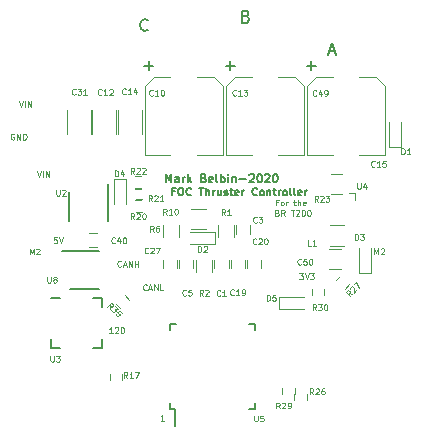
<source format=gto>
G04 #@! TF.GenerationSoftware,KiCad,Pcbnew,(5.1.5)-3*
G04 #@! TF.CreationDate,2020-04-05T23:19:53-02:30*
G04 #@! TF.ProjectId,Thruster_Controller,54687275-7374-4657-925f-436f6e74726f,rev?*
G04 #@! TF.SameCoordinates,Original*
G04 #@! TF.FileFunction,Legend,Top*
G04 #@! TF.FilePolarity,Positive*
%FSLAX46Y46*%
G04 Gerber Fmt 4.6, Leading zero omitted, Abs format (unit mm)*
G04 Created by KiCad (PCBNEW (5.1.5)-3) date 2020-04-05 23:19:53*
%MOMM*%
%LPD*%
G04 APERTURE LIST*
%ADD10C,0.125000*%
%ADD11C,0.150000*%
%ADD12C,0.120000*%
G04 APERTURE END LIST*
D10*
X105526666Y-98566785D02*
X105360000Y-98566785D01*
X105360000Y-98828690D02*
X105360000Y-98328690D01*
X105598095Y-98328690D01*
X105860000Y-98828690D02*
X105812380Y-98804880D01*
X105788571Y-98781071D01*
X105764761Y-98733452D01*
X105764761Y-98590595D01*
X105788571Y-98542976D01*
X105812380Y-98519166D01*
X105860000Y-98495357D01*
X105931428Y-98495357D01*
X105979047Y-98519166D01*
X106002857Y-98542976D01*
X106026666Y-98590595D01*
X106026666Y-98733452D01*
X106002857Y-98781071D01*
X105979047Y-98804880D01*
X105931428Y-98828690D01*
X105860000Y-98828690D01*
X106240952Y-98828690D02*
X106240952Y-98495357D01*
X106240952Y-98590595D02*
X106264761Y-98542976D01*
X106288571Y-98519166D01*
X106336190Y-98495357D01*
X106383809Y-98495357D01*
X106860000Y-98495357D02*
X107050476Y-98495357D01*
X106931428Y-98328690D02*
X106931428Y-98757261D01*
X106955238Y-98804880D01*
X107002857Y-98828690D01*
X107050476Y-98828690D01*
X107217142Y-98828690D02*
X107217142Y-98328690D01*
X107431428Y-98828690D02*
X107431428Y-98566785D01*
X107407619Y-98519166D01*
X107360000Y-98495357D01*
X107288571Y-98495357D01*
X107240952Y-98519166D01*
X107217142Y-98542976D01*
X107860000Y-98804880D02*
X107812380Y-98828690D01*
X107717142Y-98828690D01*
X107669523Y-98804880D01*
X107645714Y-98757261D01*
X107645714Y-98566785D01*
X107669523Y-98519166D01*
X107717142Y-98495357D01*
X107812380Y-98495357D01*
X107860000Y-98519166D01*
X107883809Y-98566785D01*
X107883809Y-98614404D01*
X107645714Y-98662023D01*
X105490952Y-99441785D02*
X105562380Y-99465595D01*
X105586190Y-99489404D01*
X105610000Y-99537023D01*
X105610000Y-99608452D01*
X105586190Y-99656071D01*
X105562380Y-99679880D01*
X105514761Y-99703690D01*
X105324285Y-99703690D01*
X105324285Y-99203690D01*
X105490952Y-99203690D01*
X105538571Y-99227500D01*
X105562380Y-99251309D01*
X105586190Y-99298928D01*
X105586190Y-99346547D01*
X105562380Y-99394166D01*
X105538571Y-99417976D01*
X105490952Y-99441785D01*
X105324285Y-99441785D01*
X106110000Y-99703690D02*
X105943333Y-99465595D01*
X105824285Y-99703690D02*
X105824285Y-99203690D01*
X106014761Y-99203690D01*
X106062380Y-99227500D01*
X106086190Y-99251309D01*
X106110000Y-99298928D01*
X106110000Y-99370357D01*
X106086190Y-99417976D01*
X106062380Y-99441785D01*
X106014761Y-99465595D01*
X105824285Y-99465595D01*
X106633809Y-99203690D02*
X106919523Y-99203690D01*
X106776666Y-99703690D02*
X106776666Y-99203690D01*
X107062380Y-99251309D02*
X107086190Y-99227500D01*
X107133809Y-99203690D01*
X107252857Y-99203690D01*
X107300476Y-99227500D01*
X107324285Y-99251309D01*
X107348095Y-99298928D01*
X107348095Y-99346547D01*
X107324285Y-99417976D01*
X107038571Y-99703690D01*
X107348095Y-99703690D01*
X107657619Y-99203690D02*
X107705238Y-99203690D01*
X107752857Y-99227500D01*
X107776666Y-99251309D01*
X107800476Y-99298928D01*
X107824285Y-99394166D01*
X107824285Y-99513214D01*
X107800476Y-99608452D01*
X107776666Y-99656071D01*
X107752857Y-99679880D01*
X107705238Y-99703690D01*
X107657619Y-99703690D01*
X107610000Y-99679880D01*
X107586190Y-99656071D01*
X107562380Y-99608452D01*
X107538571Y-99513214D01*
X107538571Y-99394166D01*
X107562380Y-99298928D01*
X107586190Y-99251309D01*
X107610000Y-99227500D01*
X107657619Y-99203690D01*
X108133809Y-99203690D02*
X108181428Y-99203690D01*
X108229047Y-99227500D01*
X108252857Y-99251309D01*
X108276666Y-99298928D01*
X108300476Y-99394166D01*
X108300476Y-99513214D01*
X108276666Y-99608452D01*
X108252857Y-99656071D01*
X108229047Y-99679880D01*
X108181428Y-99703690D01*
X108133809Y-99703690D01*
X108086190Y-99679880D01*
X108062380Y-99656071D01*
X108038571Y-99608452D01*
X108014761Y-99513214D01*
X108014761Y-99394166D01*
X108038571Y-99298928D01*
X108062380Y-99251309D01*
X108086190Y-99227500D01*
X108133809Y-99203690D01*
D11*
X96802380Y-97643571D02*
X96585714Y-97643571D01*
X96585714Y-97984047D02*
X96585714Y-97334047D01*
X96895238Y-97334047D01*
X97266666Y-97334047D02*
X97390476Y-97334047D01*
X97452380Y-97365000D01*
X97514285Y-97426904D01*
X97545238Y-97550714D01*
X97545238Y-97767380D01*
X97514285Y-97891190D01*
X97452380Y-97953095D01*
X97390476Y-97984047D01*
X97266666Y-97984047D01*
X97204761Y-97953095D01*
X97142857Y-97891190D01*
X97111904Y-97767380D01*
X97111904Y-97550714D01*
X97142857Y-97426904D01*
X97204761Y-97365000D01*
X97266666Y-97334047D01*
X98195238Y-97922142D02*
X98164285Y-97953095D01*
X98071428Y-97984047D01*
X98009523Y-97984047D01*
X97916666Y-97953095D01*
X97854761Y-97891190D01*
X97823809Y-97829285D01*
X97792857Y-97705476D01*
X97792857Y-97612619D01*
X97823809Y-97488809D01*
X97854761Y-97426904D01*
X97916666Y-97365000D01*
X98009523Y-97334047D01*
X98071428Y-97334047D01*
X98164285Y-97365000D01*
X98195238Y-97395952D01*
X98876190Y-97334047D02*
X99247619Y-97334047D01*
X99061904Y-97984047D02*
X99061904Y-97334047D01*
X99464285Y-97984047D02*
X99464285Y-97334047D01*
X99742857Y-97984047D02*
X99742857Y-97643571D01*
X99711904Y-97581666D01*
X99649999Y-97550714D01*
X99557142Y-97550714D01*
X99495238Y-97581666D01*
X99464285Y-97612619D01*
X100052380Y-97984047D02*
X100052380Y-97550714D01*
X100052380Y-97674523D02*
X100083333Y-97612619D01*
X100114285Y-97581666D01*
X100176190Y-97550714D01*
X100238095Y-97550714D01*
X100733333Y-97550714D02*
X100733333Y-97984047D01*
X100454761Y-97550714D02*
X100454761Y-97891190D01*
X100485714Y-97953095D01*
X100547619Y-97984047D01*
X100640476Y-97984047D01*
X100702380Y-97953095D01*
X100733333Y-97922142D01*
X101011904Y-97953095D02*
X101073809Y-97984047D01*
X101197619Y-97984047D01*
X101259523Y-97953095D01*
X101290476Y-97891190D01*
X101290476Y-97860238D01*
X101259523Y-97798333D01*
X101197619Y-97767380D01*
X101104761Y-97767380D01*
X101042857Y-97736428D01*
X101011904Y-97674523D01*
X101011904Y-97643571D01*
X101042857Y-97581666D01*
X101104761Y-97550714D01*
X101197619Y-97550714D01*
X101259523Y-97581666D01*
X101476190Y-97550714D02*
X101723809Y-97550714D01*
X101569047Y-97334047D02*
X101569047Y-97891190D01*
X101599999Y-97953095D01*
X101661904Y-97984047D01*
X101723809Y-97984047D01*
X102188095Y-97953095D02*
X102126190Y-97984047D01*
X102002380Y-97984047D01*
X101940476Y-97953095D01*
X101909523Y-97891190D01*
X101909523Y-97643571D01*
X101940476Y-97581666D01*
X102002380Y-97550714D01*
X102126190Y-97550714D01*
X102188095Y-97581666D01*
X102219047Y-97643571D01*
X102219047Y-97705476D01*
X101909523Y-97767380D01*
X102497619Y-97984047D02*
X102497619Y-97550714D01*
X102497619Y-97674523D02*
X102528571Y-97612619D01*
X102559523Y-97581666D01*
X102621428Y-97550714D01*
X102683333Y-97550714D01*
X103766666Y-97922142D02*
X103735714Y-97953095D01*
X103642857Y-97984047D01*
X103580952Y-97984047D01*
X103488095Y-97953095D01*
X103426190Y-97891190D01*
X103395238Y-97829285D01*
X103364285Y-97705476D01*
X103364285Y-97612619D01*
X103395238Y-97488809D01*
X103426190Y-97426904D01*
X103488095Y-97365000D01*
X103580952Y-97334047D01*
X103642857Y-97334047D01*
X103735714Y-97365000D01*
X103766666Y-97395952D01*
X104138095Y-97984047D02*
X104076190Y-97953095D01*
X104045238Y-97922142D01*
X104014285Y-97860238D01*
X104014285Y-97674523D01*
X104045238Y-97612619D01*
X104076190Y-97581666D01*
X104138095Y-97550714D01*
X104230952Y-97550714D01*
X104292857Y-97581666D01*
X104323809Y-97612619D01*
X104354761Y-97674523D01*
X104354761Y-97860238D01*
X104323809Y-97922142D01*
X104292857Y-97953095D01*
X104230952Y-97984047D01*
X104138095Y-97984047D01*
X104633333Y-97550714D02*
X104633333Y-97984047D01*
X104633333Y-97612619D02*
X104664285Y-97581666D01*
X104726190Y-97550714D01*
X104819047Y-97550714D01*
X104880952Y-97581666D01*
X104911904Y-97643571D01*
X104911904Y-97984047D01*
X105128571Y-97550714D02*
X105376190Y-97550714D01*
X105221428Y-97334047D02*
X105221428Y-97891190D01*
X105252380Y-97953095D01*
X105314285Y-97984047D01*
X105376190Y-97984047D01*
X105592857Y-97984047D02*
X105592857Y-97550714D01*
X105592857Y-97674523D02*
X105623809Y-97612619D01*
X105654761Y-97581666D01*
X105716666Y-97550714D01*
X105778571Y-97550714D01*
X106088095Y-97984047D02*
X106026190Y-97953095D01*
X105995238Y-97922142D01*
X105964285Y-97860238D01*
X105964285Y-97674523D01*
X105995238Y-97612619D01*
X106026190Y-97581666D01*
X106088095Y-97550714D01*
X106180952Y-97550714D01*
X106242857Y-97581666D01*
X106273809Y-97612619D01*
X106304761Y-97674523D01*
X106304761Y-97860238D01*
X106273809Y-97922142D01*
X106242857Y-97953095D01*
X106180952Y-97984047D01*
X106088095Y-97984047D01*
X106676190Y-97984047D02*
X106614285Y-97953095D01*
X106583333Y-97891190D01*
X106583333Y-97334047D01*
X107016666Y-97984047D02*
X106954761Y-97953095D01*
X106923809Y-97891190D01*
X106923809Y-97334047D01*
X107511904Y-97953095D02*
X107449999Y-97984047D01*
X107326190Y-97984047D01*
X107264285Y-97953095D01*
X107233333Y-97891190D01*
X107233333Y-97643571D01*
X107264285Y-97581666D01*
X107326190Y-97550714D01*
X107449999Y-97550714D01*
X107511904Y-97581666D01*
X107542857Y-97643571D01*
X107542857Y-97705476D01*
X107233333Y-97767380D01*
X107821428Y-97984047D02*
X107821428Y-97550714D01*
X107821428Y-97674523D02*
X107852380Y-97612619D01*
X107883333Y-97581666D01*
X107945238Y-97550714D01*
X108007142Y-97550714D01*
D10*
X85172380Y-95936190D02*
X85339047Y-96436190D01*
X85505714Y-95936190D01*
X85672380Y-96436190D02*
X85672380Y-95936190D01*
X85910476Y-96436190D02*
X85910476Y-95936190D01*
X86196190Y-96436190D01*
X86196190Y-95936190D01*
X86804761Y-101516190D02*
X86566666Y-101516190D01*
X86542857Y-101754285D01*
X86566666Y-101730476D01*
X86614285Y-101706666D01*
X86733333Y-101706666D01*
X86780952Y-101730476D01*
X86804761Y-101754285D01*
X86828571Y-101801904D01*
X86828571Y-101920952D01*
X86804761Y-101968571D01*
X86780952Y-101992380D01*
X86733333Y-102016190D01*
X86614285Y-102016190D01*
X86566666Y-101992380D01*
X86542857Y-101968571D01*
X86971428Y-101516190D02*
X87138095Y-102016190D01*
X87304761Y-101516190D01*
X84525238Y-102976190D02*
X84525238Y-102476190D01*
X84691904Y-102833333D01*
X84858571Y-102476190D01*
X84858571Y-102976190D01*
X85072857Y-102523809D02*
X85096666Y-102500000D01*
X85144285Y-102476190D01*
X85263333Y-102476190D01*
X85310952Y-102500000D01*
X85334761Y-102523809D01*
X85358571Y-102571428D01*
X85358571Y-102619047D01*
X85334761Y-102690476D01*
X85049047Y-102976190D01*
X85358571Y-102976190D01*
X91556666Y-109636190D02*
X91270952Y-109636190D01*
X91413809Y-109636190D02*
X91413809Y-109136190D01*
X91366190Y-109207619D01*
X91318571Y-109255238D01*
X91270952Y-109279047D01*
X91747142Y-109183809D02*
X91770952Y-109160000D01*
X91818571Y-109136190D01*
X91937619Y-109136190D01*
X91985238Y-109160000D01*
X92009047Y-109183809D01*
X92032857Y-109231428D01*
X92032857Y-109279047D01*
X92009047Y-109350476D01*
X91723333Y-109636190D01*
X92032857Y-109636190D01*
X92342380Y-109136190D02*
X92390000Y-109136190D01*
X92437619Y-109160000D01*
X92461428Y-109183809D01*
X92485238Y-109231428D01*
X92509047Y-109326666D01*
X92509047Y-109445714D01*
X92485238Y-109540952D01*
X92461428Y-109588571D01*
X92437619Y-109612380D01*
X92390000Y-109636190D01*
X92342380Y-109636190D01*
X92294761Y-109612380D01*
X92270952Y-109588571D01*
X92247142Y-109540952D01*
X92223333Y-109445714D01*
X92223333Y-109326666D01*
X92247142Y-109231428D01*
X92270952Y-109183809D01*
X92294761Y-109160000D01*
X92342380Y-109136190D01*
X92256666Y-103958571D02*
X92232857Y-103982380D01*
X92161428Y-104006190D01*
X92113809Y-104006190D01*
X92042380Y-103982380D01*
X91994761Y-103934761D01*
X91970952Y-103887142D01*
X91947142Y-103791904D01*
X91947142Y-103720476D01*
X91970952Y-103625238D01*
X91994761Y-103577619D01*
X92042380Y-103530000D01*
X92113809Y-103506190D01*
X92161428Y-103506190D01*
X92232857Y-103530000D01*
X92256666Y-103553809D01*
X92447142Y-103863333D02*
X92685238Y-103863333D01*
X92399523Y-104006190D02*
X92566190Y-103506190D01*
X92732857Y-104006190D01*
X92899523Y-104006190D02*
X92899523Y-103506190D01*
X93185238Y-104006190D01*
X93185238Y-103506190D01*
X93423333Y-104006190D02*
X93423333Y-103506190D01*
X93423333Y-103744285D02*
X93709047Y-103744285D01*
X93709047Y-104006190D02*
X93709047Y-103506190D01*
X94426190Y-105958571D02*
X94402380Y-105982380D01*
X94330952Y-106006190D01*
X94283333Y-106006190D01*
X94211904Y-105982380D01*
X94164285Y-105934761D01*
X94140476Y-105887142D01*
X94116666Y-105791904D01*
X94116666Y-105720476D01*
X94140476Y-105625238D01*
X94164285Y-105577619D01*
X94211904Y-105530000D01*
X94283333Y-105506190D01*
X94330952Y-105506190D01*
X94402380Y-105530000D01*
X94426190Y-105553809D01*
X94616666Y-105863333D02*
X94854761Y-105863333D01*
X94569047Y-106006190D02*
X94735714Y-105506190D01*
X94902380Y-106006190D01*
X95069047Y-106006190D02*
X95069047Y-105506190D01*
X95354761Y-106006190D01*
X95354761Y-105506190D01*
X95830952Y-106006190D02*
X95592857Y-106006190D01*
X95592857Y-105506190D01*
X95892857Y-117046190D02*
X95607142Y-117046190D01*
X95750000Y-117046190D02*
X95750000Y-116546190D01*
X95702380Y-116617619D01*
X95654761Y-116665238D01*
X95607142Y-116689047D01*
X107350952Y-104566190D02*
X107660476Y-104566190D01*
X107493809Y-104756666D01*
X107565238Y-104756666D01*
X107612857Y-104780476D01*
X107636666Y-104804285D01*
X107660476Y-104851904D01*
X107660476Y-104970952D01*
X107636666Y-105018571D01*
X107612857Y-105042380D01*
X107565238Y-105066190D01*
X107422380Y-105066190D01*
X107374761Y-105042380D01*
X107350952Y-105018571D01*
X107803333Y-104566190D02*
X107970000Y-105066190D01*
X108136666Y-104566190D01*
X108255714Y-104566190D02*
X108565238Y-104566190D01*
X108398571Y-104756666D01*
X108470000Y-104756666D01*
X108517619Y-104780476D01*
X108541428Y-104804285D01*
X108565238Y-104851904D01*
X108565238Y-104970952D01*
X108541428Y-105018571D01*
X108517619Y-105042380D01*
X108470000Y-105066190D01*
X108327142Y-105066190D01*
X108279523Y-105042380D01*
X108255714Y-105018571D01*
X113715238Y-102966190D02*
X113715238Y-102466190D01*
X113881904Y-102823333D01*
X114048571Y-102466190D01*
X114048571Y-102966190D01*
X114262857Y-102513809D02*
X114286666Y-102490000D01*
X114334285Y-102466190D01*
X114453333Y-102466190D01*
X114500952Y-102490000D01*
X114524761Y-102513809D01*
X114548571Y-102561428D01*
X114548571Y-102609047D01*
X114524761Y-102680476D01*
X114239047Y-102966190D01*
X114548571Y-102966190D01*
D11*
X109871904Y-85776666D02*
X110348095Y-85776666D01*
X109776666Y-86062380D02*
X110110000Y-85062380D01*
X110443333Y-86062380D01*
X102851428Y-82818571D02*
X102994285Y-82866190D01*
X103041904Y-82913809D01*
X103089523Y-83009047D01*
X103089523Y-83151904D01*
X103041904Y-83247142D01*
X102994285Y-83294761D01*
X102899047Y-83342380D01*
X102518095Y-83342380D01*
X102518095Y-82342380D01*
X102851428Y-82342380D01*
X102946666Y-82390000D01*
X102994285Y-82437619D01*
X103041904Y-82532857D01*
X103041904Y-82628095D01*
X102994285Y-82723333D01*
X102946666Y-82770952D01*
X102851428Y-82818571D01*
X102518095Y-82818571D01*
X94509523Y-83947142D02*
X94461904Y-83994761D01*
X94319047Y-84042380D01*
X94223809Y-84042380D01*
X94080952Y-83994761D01*
X93985714Y-83899523D01*
X93938095Y-83804285D01*
X93890476Y-83613809D01*
X93890476Y-83470952D01*
X93938095Y-83280476D01*
X93985714Y-83185238D01*
X94080952Y-83090000D01*
X94223809Y-83042380D01*
X94319047Y-83042380D01*
X94461904Y-83090000D01*
X94509523Y-83137619D01*
D10*
X83652380Y-90006190D02*
X83819047Y-90506190D01*
X83985714Y-90006190D01*
X84152380Y-90506190D02*
X84152380Y-90006190D01*
X84390476Y-90506190D02*
X84390476Y-90006190D01*
X84676190Y-90506190D01*
X84676190Y-90006190D01*
X83209047Y-92770000D02*
X83161428Y-92746190D01*
X83090000Y-92746190D01*
X83018571Y-92770000D01*
X82970952Y-92817619D01*
X82947142Y-92865238D01*
X82923333Y-92960476D01*
X82923333Y-93031904D01*
X82947142Y-93127142D01*
X82970952Y-93174761D01*
X83018571Y-93222380D01*
X83090000Y-93246190D01*
X83137619Y-93246190D01*
X83209047Y-93222380D01*
X83232857Y-93198571D01*
X83232857Y-93031904D01*
X83137619Y-93031904D01*
X83447142Y-93246190D02*
X83447142Y-92746190D01*
X83732857Y-93246190D01*
X83732857Y-92746190D01*
X83970952Y-93246190D02*
X83970952Y-92746190D01*
X84090000Y-92746190D01*
X84161428Y-92770000D01*
X84209047Y-92817619D01*
X84232857Y-92865238D01*
X84256666Y-92960476D01*
X84256666Y-93031904D01*
X84232857Y-93127142D01*
X84209047Y-93174761D01*
X84161428Y-93222380D01*
X84090000Y-93246190D01*
X83970952Y-93246190D01*
D11*
X96053333Y-96866666D02*
X96053333Y-96166666D01*
X96286666Y-96666666D01*
X96520000Y-96166666D01*
X96520000Y-96866666D01*
X97153333Y-96866666D02*
X97153333Y-96500000D01*
X97120000Y-96433333D01*
X97053333Y-96400000D01*
X96920000Y-96400000D01*
X96853333Y-96433333D01*
X97153333Y-96833333D02*
X97086666Y-96866666D01*
X96920000Y-96866666D01*
X96853333Y-96833333D01*
X96820000Y-96766666D01*
X96820000Y-96700000D01*
X96853333Y-96633333D01*
X96920000Y-96600000D01*
X97086666Y-96600000D01*
X97153333Y-96566666D01*
X97486666Y-96866666D02*
X97486666Y-96400000D01*
X97486666Y-96533333D02*
X97520000Y-96466666D01*
X97553333Y-96433333D01*
X97620000Y-96400000D01*
X97686666Y-96400000D01*
X97920000Y-96866666D02*
X97920000Y-96166666D01*
X97986666Y-96600000D02*
X98186666Y-96866666D01*
X98186666Y-96400000D02*
X97920000Y-96666666D01*
X99253333Y-96500000D02*
X99353333Y-96533333D01*
X99386666Y-96566666D01*
X99420000Y-96633333D01*
X99420000Y-96733333D01*
X99386666Y-96800000D01*
X99353333Y-96833333D01*
X99286666Y-96866666D01*
X99020000Y-96866666D01*
X99020000Y-96166666D01*
X99253333Y-96166666D01*
X99320000Y-96200000D01*
X99353333Y-96233333D01*
X99386666Y-96300000D01*
X99386666Y-96366666D01*
X99353333Y-96433333D01*
X99320000Y-96466666D01*
X99253333Y-96500000D01*
X99020000Y-96500000D01*
X99986666Y-96833333D02*
X99920000Y-96866666D01*
X99786666Y-96866666D01*
X99720000Y-96833333D01*
X99686666Y-96766666D01*
X99686666Y-96500000D01*
X99720000Y-96433333D01*
X99786666Y-96400000D01*
X99920000Y-96400000D01*
X99986666Y-96433333D01*
X100020000Y-96500000D01*
X100020000Y-96566666D01*
X99686666Y-96633333D01*
X100420000Y-96866666D02*
X100353333Y-96833333D01*
X100320000Y-96766666D01*
X100320000Y-96166666D01*
X100686666Y-96866666D02*
X100686666Y-96166666D01*
X100686666Y-96433333D02*
X100753333Y-96400000D01*
X100886666Y-96400000D01*
X100953333Y-96433333D01*
X100986666Y-96466666D01*
X101020000Y-96533333D01*
X101020000Y-96733333D01*
X100986666Y-96800000D01*
X100953333Y-96833333D01*
X100886666Y-96866666D01*
X100753333Y-96866666D01*
X100686666Y-96833333D01*
X101320000Y-96866666D02*
X101320000Y-96400000D01*
X101320000Y-96166666D02*
X101286666Y-96200000D01*
X101320000Y-96233333D01*
X101353333Y-96200000D01*
X101320000Y-96166666D01*
X101320000Y-96233333D01*
X101653333Y-96400000D02*
X101653333Y-96866666D01*
X101653333Y-96466666D02*
X101686666Y-96433333D01*
X101753333Y-96400000D01*
X101853333Y-96400000D01*
X101920000Y-96433333D01*
X101953333Y-96500000D01*
X101953333Y-96866666D01*
X102286666Y-96600000D02*
X102820000Y-96600000D01*
X103120000Y-96233333D02*
X103153333Y-96200000D01*
X103220000Y-96166666D01*
X103386666Y-96166666D01*
X103453333Y-96200000D01*
X103486666Y-96233333D01*
X103520000Y-96300000D01*
X103520000Y-96366666D01*
X103486666Y-96466666D01*
X103086666Y-96866666D01*
X103520000Y-96866666D01*
X103953333Y-96166666D02*
X104020000Y-96166666D01*
X104086666Y-96200000D01*
X104120000Y-96233333D01*
X104153333Y-96300000D01*
X104186666Y-96433333D01*
X104186666Y-96600000D01*
X104153333Y-96733333D01*
X104120000Y-96800000D01*
X104086666Y-96833333D01*
X104020000Y-96866666D01*
X103953333Y-96866666D01*
X103886666Y-96833333D01*
X103853333Y-96800000D01*
X103820000Y-96733333D01*
X103786666Y-96600000D01*
X103786666Y-96433333D01*
X103820000Y-96300000D01*
X103853333Y-96233333D01*
X103886666Y-96200000D01*
X103953333Y-96166666D01*
X104453333Y-96233333D02*
X104486666Y-96200000D01*
X104553333Y-96166666D01*
X104720000Y-96166666D01*
X104786666Y-96200000D01*
X104820000Y-96233333D01*
X104853333Y-96300000D01*
X104853333Y-96366666D01*
X104820000Y-96466666D01*
X104420000Y-96866666D01*
X104853333Y-96866666D01*
X105286666Y-96166666D02*
X105353333Y-96166666D01*
X105420000Y-96200000D01*
X105453333Y-96233333D01*
X105486666Y-96300000D01*
X105520000Y-96433333D01*
X105520000Y-96600000D01*
X105486666Y-96733333D01*
X105453333Y-96800000D01*
X105420000Y-96833333D01*
X105353333Y-96866666D01*
X105286666Y-96866666D01*
X105220000Y-96833333D01*
X105186666Y-96800000D01*
X105153333Y-96733333D01*
X105120000Y-96600000D01*
X105120000Y-96433333D01*
X105153333Y-96300000D01*
X105186666Y-96233333D01*
X105220000Y-96200000D01*
X105286666Y-96166666D01*
X96825000Y-116100000D02*
X96825000Y-117475000D01*
X96375000Y-108850000D02*
X96375000Y-109375000D01*
X103625000Y-108850000D02*
X103625000Y-109375000D01*
X103625000Y-116100000D02*
X103625000Y-115575000D01*
X96375000Y-116100000D02*
X96375000Y-115575000D01*
X103625000Y-116100000D02*
X103100000Y-116100000D01*
X103625000Y-108850000D02*
X103100000Y-108850000D01*
X96375000Y-108850000D02*
X96900000Y-108850000D01*
X96375000Y-116100000D02*
X96825000Y-116100000D01*
D12*
X100160000Y-104140000D02*
X100160000Y-103440000D01*
X101360000Y-103440000D02*
X101360000Y-104140000D01*
X102000000Y-101225000D02*
X102000000Y-100525000D01*
X103200000Y-100525000D02*
X103200000Y-101225000D01*
X98370000Y-103430000D02*
X98370000Y-104130000D01*
X97170000Y-104130000D02*
X97170000Y-103430000D01*
X101550000Y-104125000D02*
X101550000Y-103425000D01*
X102750000Y-103425000D02*
X102750000Y-104125000D01*
X102950000Y-104125000D02*
X102950000Y-103425000D01*
X104150000Y-103425000D02*
X104150000Y-104125000D01*
X95775000Y-104125000D02*
X95775000Y-103425000D01*
X96975000Y-103425000D02*
X96975000Y-104125000D01*
X100235000Y-102115000D02*
X98135000Y-102115000D01*
X100235000Y-101115000D02*
X98135000Y-101115000D01*
X100235000Y-102115000D02*
X100235000Y-101115000D01*
X112400000Y-104550000D02*
X112400000Y-102450000D01*
X113400000Y-104550000D02*
X113400000Y-102450000D01*
X112400000Y-104550000D02*
X113400000Y-104550000D01*
X101855000Y-100525000D02*
X101855000Y-101525000D01*
X100495000Y-101525000D02*
X100495000Y-100525000D01*
X99930000Y-103440000D02*
X99930000Y-104440000D01*
X98570000Y-104440000D02*
X98570000Y-103440000D01*
X97170000Y-100515000D02*
X97170000Y-101515000D01*
X95810000Y-101515000D02*
X95810000Y-100515000D01*
D11*
X90625000Y-106625000D02*
X89850000Y-106625000D01*
X90625000Y-110925000D02*
X89850000Y-110925000D01*
X86325000Y-110925000D02*
X87100000Y-110925000D01*
X86325000Y-106625000D02*
X87100000Y-106625000D01*
X90625000Y-110925000D02*
X90625000Y-110150000D01*
X86325000Y-110925000D02*
X86325000Y-110150000D01*
X90625000Y-106625000D02*
X90625000Y-107400000D01*
X91125000Y-96975000D02*
X91125000Y-100150000D01*
X87875000Y-97700000D02*
X87875000Y-100150000D01*
X87950000Y-105925000D02*
X90400000Y-105925000D01*
X87225000Y-102675000D02*
X90400000Y-102675000D01*
D12*
X114930000Y-93850000D02*
X114930000Y-91750000D01*
X115930000Y-93850000D02*
X115930000Y-91750000D01*
X114930000Y-93850000D02*
X115930000Y-93850000D01*
X111000000Y-96125000D02*
X110000000Y-96125000D01*
X110000000Y-97825000D02*
X111000000Y-97825000D01*
X111150000Y-102255000D02*
X109950000Y-102255000D01*
X109950000Y-100495000D02*
X111150000Y-100495000D01*
X111569999Y-97785001D02*
X112069999Y-97785001D01*
X112069999Y-97785001D02*
X112069999Y-98385001D01*
X94000000Y-98320000D02*
X93500000Y-98320000D01*
X93500000Y-99380000D02*
X94000000Y-99380000D01*
X93975000Y-97345000D02*
X93475000Y-97345000D01*
X93475000Y-98405000D02*
X93975000Y-98405000D01*
X93475000Y-97430000D02*
X93975000Y-97430000D01*
X93975000Y-96370000D02*
X93475000Y-96370000D01*
X107970000Y-115300000D02*
X107970000Y-114800000D01*
X106910000Y-114800000D02*
X106910000Y-115300000D01*
X111197990Y-105871543D02*
X111551543Y-105517990D01*
X110802010Y-104768457D02*
X110448457Y-105122010D01*
X105920000Y-114300000D02*
X105920000Y-114800000D01*
X106980000Y-114800000D02*
X106980000Y-114300000D01*
X108390000Y-105940000D02*
X108390000Y-106440000D01*
X109450000Y-106440000D02*
X109450000Y-105940000D01*
X89550000Y-101175000D02*
X90250000Y-101175000D01*
X90250000Y-102375000D02*
X89550000Y-102375000D01*
X92355000Y-113625000D02*
X92355000Y-113125000D01*
X91295000Y-113125000D02*
X91295000Y-113625000D01*
X92951543Y-106802010D02*
X92597990Y-106448457D01*
X91848457Y-107197990D02*
X92202010Y-107551543D01*
X92675000Y-96600000D02*
X91675000Y-96600000D01*
X91675000Y-96600000D02*
X91675000Y-98700000D01*
X92675000Y-96600000D02*
X92675000Y-98700000D01*
X105625000Y-106575000D02*
X107725000Y-106575000D01*
X105625000Y-107575000D02*
X107725000Y-107575000D01*
X105625000Y-106575000D02*
X105625000Y-107575000D01*
X109900000Y-104180000D02*
X110900000Y-104180000D01*
X110900000Y-102480000D02*
X109900000Y-102480000D01*
X98220000Y-99100000D02*
X99420000Y-99100000D01*
X99420000Y-100860000D02*
X98220000Y-100860000D01*
X100850000Y-88745000D02*
X100850000Y-94585000D01*
X100090000Y-87985000D02*
X100850000Y-88745000D01*
X94250000Y-88745000D02*
X95010000Y-87985000D01*
X94250000Y-94585000D02*
X94250000Y-88745000D01*
X100090000Y-87985000D02*
X98670000Y-87985000D01*
X95010000Y-87985000D02*
X96430000Y-87985000D01*
X100850000Y-94585000D02*
X98670000Y-94585000D01*
X94250000Y-94585000D02*
X96430000Y-94585000D01*
X91870000Y-92750000D02*
X91870000Y-90750000D01*
X89830000Y-90750000D02*
X89830000Y-92750000D01*
X101125000Y-94575000D02*
X103305000Y-94575000D01*
X107725000Y-94575000D02*
X105545000Y-94575000D01*
X101885000Y-87975000D02*
X103305000Y-87975000D01*
X106965000Y-87975000D02*
X105545000Y-87975000D01*
X101125000Y-94575000D02*
X101125000Y-88735000D01*
X101125000Y-88735000D02*
X101885000Y-87975000D01*
X106965000Y-87975000D02*
X107725000Y-88735000D01*
X107725000Y-88735000D02*
X107725000Y-94575000D01*
X92005000Y-90750000D02*
X92005000Y-92750000D01*
X94045000Y-92750000D02*
X94045000Y-90750000D01*
X114600000Y-88735000D02*
X114600000Y-94575000D01*
X113840000Y-87975000D02*
X114600000Y-88735000D01*
X108000000Y-88735000D02*
X108760000Y-87975000D01*
X108000000Y-94575000D02*
X108000000Y-88735000D01*
X113840000Y-87975000D02*
X112420000Y-87975000D01*
X108760000Y-87975000D02*
X110180000Y-87975000D01*
X114600000Y-94575000D02*
X112420000Y-94575000D01*
X108000000Y-94575000D02*
X110180000Y-94575000D01*
X89695000Y-92750000D02*
X89695000Y-90750000D01*
X87655000Y-90750000D02*
X87655000Y-92750000D01*
D10*
X103539047Y-116616190D02*
X103539047Y-117020952D01*
X103562857Y-117068571D01*
X103586666Y-117092380D01*
X103634285Y-117116190D01*
X103729523Y-117116190D01*
X103777142Y-117092380D01*
X103800952Y-117068571D01*
X103824761Y-117020952D01*
X103824761Y-116616190D01*
X104300952Y-116616190D02*
X104062857Y-116616190D01*
X104039047Y-116854285D01*
X104062857Y-116830476D01*
X104110476Y-116806666D01*
X104229523Y-116806666D01*
X104277142Y-116830476D01*
X104300952Y-116854285D01*
X104324761Y-116901904D01*
X104324761Y-117020952D01*
X104300952Y-117068571D01*
X104277142Y-117092380D01*
X104229523Y-117116190D01*
X104110476Y-117116190D01*
X104062857Y-117092380D01*
X104039047Y-117068571D01*
X100656666Y-106448571D02*
X100632857Y-106472380D01*
X100561428Y-106496190D01*
X100513809Y-106496190D01*
X100442380Y-106472380D01*
X100394761Y-106424761D01*
X100370952Y-106377142D01*
X100347142Y-106281904D01*
X100347142Y-106210476D01*
X100370952Y-106115238D01*
X100394761Y-106067619D01*
X100442380Y-106020000D01*
X100513809Y-105996190D01*
X100561428Y-105996190D01*
X100632857Y-106020000D01*
X100656666Y-106043809D01*
X101132857Y-106496190D02*
X100847142Y-106496190D01*
X100990000Y-106496190D02*
X100990000Y-105996190D01*
X100942380Y-106067619D01*
X100894761Y-106115238D01*
X100847142Y-106139047D01*
X103756666Y-100238571D02*
X103732857Y-100262380D01*
X103661428Y-100286190D01*
X103613809Y-100286190D01*
X103542380Y-100262380D01*
X103494761Y-100214761D01*
X103470952Y-100167142D01*
X103447142Y-100071904D01*
X103447142Y-100000476D01*
X103470952Y-99905238D01*
X103494761Y-99857619D01*
X103542380Y-99810000D01*
X103613809Y-99786190D01*
X103661428Y-99786190D01*
X103732857Y-99810000D01*
X103756666Y-99833809D01*
X103923333Y-99786190D02*
X104232857Y-99786190D01*
X104066190Y-99976666D01*
X104137619Y-99976666D01*
X104185238Y-100000476D01*
X104209047Y-100024285D01*
X104232857Y-100071904D01*
X104232857Y-100190952D01*
X104209047Y-100238571D01*
X104185238Y-100262380D01*
X104137619Y-100286190D01*
X103994761Y-100286190D01*
X103947142Y-100262380D01*
X103923333Y-100238571D01*
X97756666Y-106408571D02*
X97732857Y-106432380D01*
X97661428Y-106456190D01*
X97613809Y-106456190D01*
X97542380Y-106432380D01*
X97494761Y-106384761D01*
X97470952Y-106337142D01*
X97447142Y-106241904D01*
X97447142Y-106170476D01*
X97470952Y-106075238D01*
X97494761Y-106027619D01*
X97542380Y-105980000D01*
X97613809Y-105956190D01*
X97661428Y-105956190D01*
X97732857Y-105980000D01*
X97756666Y-106003809D01*
X98209047Y-105956190D02*
X97970952Y-105956190D01*
X97947142Y-106194285D01*
X97970952Y-106170476D01*
X98018571Y-106146666D01*
X98137619Y-106146666D01*
X98185238Y-106170476D01*
X98209047Y-106194285D01*
X98232857Y-106241904D01*
X98232857Y-106360952D01*
X98209047Y-106408571D01*
X98185238Y-106432380D01*
X98137619Y-106456190D01*
X98018571Y-106456190D01*
X97970952Y-106432380D01*
X97947142Y-106408571D01*
X101808571Y-106388571D02*
X101784761Y-106412380D01*
X101713333Y-106436190D01*
X101665714Y-106436190D01*
X101594285Y-106412380D01*
X101546666Y-106364761D01*
X101522857Y-106317142D01*
X101499047Y-106221904D01*
X101499047Y-106150476D01*
X101522857Y-106055238D01*
X101546666Y-106007619D01*
X101594285Y-105960000D01*
X101665714Y-105936190D01*
X101713333Y-105936190D01*
X101784761Y-105960000D01*
X101808571Y-105983809D01*
X102284761Y-106436190D02*
X101999047Y-106436190D01*
X102141904Y-106436190D02*
X102141904Y-105936190D01*
X102094285Y-106007619D01*
X102046666Y-106055238D01*
X101999047Y-106079047D01*
X102522857Y-106436190D02*
X102618095Y-106436190D01*
X102665714Y-106412380D01*
X102689523Y-106388571D01*
X102737142Y-106317142D01*
X102760952Y-106221904D01*
X102760952Y-106031428D01*
X102737142Y-105983809D01*
X102713333Y-105960000D01*
X102665714Y-105936190D01*
X102570476Y-105936190D01*
X102522857Y-105960000D01*
X102499047Y-105983809D01*
X102475238Y-106031428D01*
X102475238Y-106150476D01*
X102499047Y-106198095D01*
X102522857Y-106221904D01*
X102570476Y-106245714D01*
X102665714Y-106245714D01*
X102713333Y-106221904D01*
X102737142Y-106198095D01*
X102760952Y-106150476D01*
X103708571Y-102058571D02*
X103684761Y-102082380D01*
X103613333Y-102106190D01*
X103565714Y-102106190D01*
X103494285Y-102082380D01*
X103446666Y-102034761D01*
X103422857Y-101987142D01*
X103399047Y-101891904D01*
X103399047Y-101820476D01*
X103422857Y-101725238D01*
X103446666Y-101677619D01*
X103494285Y-101630000D01*
X103565714Y-101606190D01*
X103613333Y-101606190D01*
X103684761Y-101630000D01*
X103708571Y-101653809D01*
X103899047Y-101653809D02*
X103922857Y-101630000D01*
X103970476Y-101606190D01*
X104089523Y-101606190D01*
X104137142Y-101630000D01*
X104160952Y-101653809D01*
X104184761Y-101701428D01*
X104184761Y-101749047D01*
X104160952Y-101820476D01*
X103875238Y-102106190D01*
X104184761Y-102106190D01*
X104494285Y-101606190D02*
X104541904Y-101606190D01*
X104589523Y-101630000D01*
X104613333Y-101653809D01*
X104637142Y-101701428D01*
X104660952Y-101796666D01*
X104660952Y-101915714D01*
X104637142Y-102010952D01*
X104613333Y-102058571D01*
X104589523Y-102082380D01*
X104541904Y-102106190D01*
X104494285Y-102106190D01*
X104446666Y-102082380D01*
X104422857Y-102058571D01*
X104399047Y-102010952D01*
X104375238Y-101915714D01*
X104375238Y-101796666D01*
X104399047Y-101701428D01*
X104422857Y-101653809D01*
X104446666Y-101630000D01*
X104494285Y-101606190D01*
X94558571Y-102848571D02*
X94534761Y-102872380D01*
X94463333Y-102896190D01*
X94415714Y-102896190D01*
X94344285Y-102872380D01*
X94296666Y-102824761D01*
X94272857Y-102777142D01*
X94249047Y-102681904D01*
X94249047Y-102610476D01*
X94272857Y-102515238D01*
X94296666Y-102467619D01*
X94344285Y-102420000D01*
X94415714Y-102396190D01*
X94463333Y-102396190D01*
X94534761Y-102420000D01*
X94558571Y-102443809D01*
X94749047Y-102443809D02*
X94772857Y-102420000D01*
X94820476Y-102396190D01*
X94939523Y-102396190D01*
X94987142Y-102420000D01*
X95010952Y-102443809D01*
X95034761Y-102491428D01*
X95034761Y-102539047D01*
X95010952Y-102610476D01*
X94725238Y-102896190D01*
X95034761Y-102896190D01*
X95201428Y-102396190D02*
X95534761Y-102396190D01*
X95320476Y-102896190D01*
X98780952Y-102766190D02*
X98780952Y-102266190D01*
X98900000Y-102266190D01*
X98971428Y-102290000D01*
X99019047Y-102337619D01*
X99042857Y-102385238D01*
X99066666Y-102480476D01*
X99066666Y-102551904D01*
X99042857Y-102647142D01*
X99019047Y-102694761D01*
X98971428Y-102742380D01*
X98900000Y-102766190D01*
X98780952Y-102766190D01*
X99257142Y-102313809D02*
X99280952Y-102290000D01*
X99328571Y-102266190D01*
X99447619Y-102266190D01*
X99495238Y-102290000D01*
X99519047Y-102313809D01*
X99542857Y-102361428D01*
X99542857Y-102409047D01*
X99519047Y-102480476D01*
X99233333Y-102766190D01*
X99542857Y-102766190D01*
X112070952Y-101746190D02*
X112070952Y-101246190D01*
X112190000Y-101246190D01*
X112261428Y-101270000D01*
X112309047Y-101317619D01*
X112332857Y-101365238D01*
X112356666Y-101460476D01*
X112356666Y-101531904D01*
X112332857Y-101627142D01*
X112309047Y-101674761D01*
X112261428Y-101722380D01*
X112190000Y-101746190D01*
X112070952Y-101746190D01*
X112523333Y-101246190D02*
X112832857Y-101246190D01*
X112666190Y-101436666D01*
X112737619Y-101436666D01*
X112785238Y-101460476D01*
X112809047Y-101484285D01*
X112832857Y-101531904D01*
X112832857Y-101650952D01*
X112809047Y-101698571D01*
X112785238Y-101722380D01*
X112737619Y-101746190D01*
X112594761Y-101746190D01*
X112547142Y-101722380D01*
X112523333Y-101698571D01*
X101056666Y-99646190D02*
X100890000Y-99408095D01*
X100770952Y-99646190D02*
X100770952Y-99146190D01*
X100961428Y-99146190D01*
X101009047Y-99170000D01*
X101032857Y-99193809D01*
X101056666Y-99241428D01*
X101056666Y-99312857D01*
X101032857Y-99360476D01*
X101009047Y-99384285D01*
X100961428Y-99408095D01*
X100770952Y-99408095D01*
X101532857Y-99646190D02*
X101247142Y-99646190D01*
X101390000Y-99646190D02*
X101390000Y-99146190D01*
X101342380Y-99217619D01*
X101294761Y-99265238D01*
X101247142Y-99289047D01*
X99201666Y-106471190D02*
X99035000Y-106233095D01*
X98915952Y-106471190D02*
X98915952Y-105971190D01*
X99106428Y-105971190D01*
X99154047Y-105995000D01*
X99177857Y-106018809D01*
X99201666Y-106066428D01*
X99201666Y-106137857D01*
X99177857Y-106185476D01*
X99154047Y-106209285D01*
X99106428Y-106233095D01*
X98915952Y-106233095D01*
X99392142Y-106018809D02*
X99415952Y-105995000D01*
X99463571Y-105971190D01*
X99582619Y-105971190D01*
X99630238Y-105995000D01*
X99654047Y-106018809D01*
X99677857Y-106066428D01*
X99677857Y-106114047D01*
X99654047Y-106185476D01*
X99368333Y-106471190D01*
X99677857Y-106471190D01*
X95016666Y-101046190D02*
X94850000Y-100808095D01*
X94730952Y-101046190D02*
X94730952Y-100546190D01*
X94921428Y-100546190D01*
X94969047Y-100570000D01*
X94992857Y-100593809D01*
X95016666Y-100641428D01*
X95016666Y-100712857D01*
X94992857Y-100760476D01*
X94969047Y-100784285D01*
X94921428Y-100808095D01*
X94730952Y-100808095D01*
X95445238Y-100546190D02*
X95350000Y-100546190D01*
X95302380Y-100570000D01*
X95278571Y-100593809D01*
X95230952Y-100665238D01*
X95207142Y-100760476D01*
X95207142Y-100950952D01*
X95230952Y-100998571D01*
X95254761Y-101022380D01*
X95302380Y-101046190D01*
X95397619Y-101046190D01*
X95445238Y-101022380D01*
X95469047Y-100998571D01*
X95492857Y-100950952D01*
X95492857Y-100831904D01*
X95469047Y-100784285D01*
X95445238Y-100760476D01*
X95397619Y-100736666D01*
X95302380Y-100736666D01*
X95254761Y-100760476D01*
X95230952Y-100784285D01*
X95207142Y-100831904D01*
X86279047Y-111546190D02*
X86279047Y-111950952D01*
X86302857Y-111998571D01*
X86326666Y-112022380D01*
X86374285Y-112046190D01*
X86469523Y-112046190D01*
X86517142Y-112022380D01*
X86540952Y-111998571D01*
X86564761Y-111950952D01*
X86564761Y-111546190D01*
X86755238Y-111546190D02*
X87064761Y-111546190D01*
X86898095Y-111736666D01*
X86969523Y-111736666D01*
X87017142Y-111760476D01*
X87040952Y-111784285D01*
X87064761Y-111831904D01*
X87064761Y-111950952D01*
X87040952Y-111998571D01*
X87017142Y-112022380D01*
X86969523Y-112046190D01*
X86826666Y-112046190D01*
X86779047Y-112022380D01*
X86755238Y-111998571D01*
X86779047Y-97496190D02*
X86779047Y-97900952D01*
X86802857Y-97948571D01*
X86826666Y-97972380D01*
X86874285Y-97996190D01*
X86969523Y-97996190D01*
X87017142Y-97972380D01*
X87040952Y-97948571D01*
X87064761Y-97900952D01*
X87064761Y-97496190D01*
X87279047Y-97543809D02*
X87302857Y-97520000D01*
X87350476Y-97496190D01*
X87469523Y-97496190D01*
X87517142Y-97520000D01*
X87540952Y-97543809D01*
X87564761Y-97591428D01*
X87564761Y-97639047D01*
X87540952Y-97710476D01*
X87255238Y-97996190D01*
X87564761Y-97996190D01*
X86019047Y-104856190D02*
X86019047Y-105260952D01*
X86042857Y-105308571D01*
X86066666Y-105332380D01*
X86114285Y-105356190D01*
X86209523Y-105356190D01*
X86257142Y-105332380D01*
X86280952Y-105308571D01*
X86304761Y-105260952D01*
X86304761Y-104856190D01*
X86614285Y-105070476D02*
X86566666Y-105046666D01*
X86542857Y-105022857D01*
X86519047Y-104975238D01*
X86519047Y-104951428D01*
X86542857Y-104903809D01*
X86566666Y-104880000D01*
X86614285Y-104856190D01*
X86709523Y-104856190D01*
X86757142Y-104880000D01*
X86780952Y-104903809D01*
X86804761Y-104951428D01*
X86804761Y-104975238D01*
X86780952Y-105022857D01*
X86757142Y-105046666D01*
X86709523Y-105070476D01*
X86614285Y-105070476D01*
X86566666Y-105094285D01*
X86542857Y-105118095D01*
X86519047Y-105165714D01*
X86519047Y-105260952D01*
X86542857Y-105308571D01*
X86566666Y-105332380D01*
X86614285Y-105356190D01*
X86709523Y-105356190D01*
X86757142Y-105332380D01*
X86780952Y-105308571D01*
X86804761Y-105260952D01*
X86804761Y-105165714D01*
X86780952Y-105118095D01*
X86757142Y-105094285D01*
X86709523Y-105070476D01*
X116000952Y-94486190D02*
X116000952Y-93986190D01*
X116120000Y-93986190D01*
X116191428Y-94010000D01*
X116239047Y-94057619D01*
X116262857Y-94105238D01*
X116286666Y-94200476D01*
X116286666Y-94271904D01*
X116262857Y-94367142D01*
X116239047Y-94414761D01*
X116191428Y-94462380D01*
X116120000Y-94486190D01*
X116000952Y-94486190D01*
X116762857Y-94486190D02*
X116477142Y-94486190D01*
X116620000Y-94486190D02*
X116620000Y-93986190D01*
X116572380Y-94057619D01*
X116524761Y-94105238D01*
X116477142Y-94129047D01*
X108788571Y-89518571D02*
X108764761Y-89542380D01*
X108693333Y-89566190D01*
X108645714Y-89566190D01*
X108574285Y-89542380D01*
X108526666Y-89494761D01*
X108502857Y-89447142D01*
X108479047Y-89351904D01*
X108479047Y-89280476D01*
X108502857Y-89185238D01*
X108526666Y-89137619D01*
X108574285Y-89090000D01*
X108645714Y-89066190D01*
X108693333Y-89066190D01*
X108764761Y-89090000D01*
X108788571Y-89113809D01*
X109217142Y-89232857D02*
X109217142Y-89566190D01*
X109098095Y-89042380D02*
X108979047Y-89399523D01*
X109288571Y-89399523D01*
X109502857Y-89566190D02*
X109598095Y-89566190D01*
X109645714Y-89542380D01*
X109669523Y-89518571D01*
X109717142Y-89447142D01*
X109740952Y-89351904D01*
X109740952Y-89161428D01*
X109717142Y-89113809D01*
X109693333Y-89090000D01*
X109645714Y-89066190D01*
X109550476Y-89066190D01*
X109502857Y-89090000D01*
X109479047Y-89113809D01*
X109455238Y-89161428D01*
X109455238Y-89280476D01*
X109479047Y-89328095D01*
X109502857Y-89351904D01*
X109550476Y-89375714D01*
X109645714Y-89375714D01*
X109693333Y-89351904D01*
X109717142Y-89328095D01*
X109740952Y-89280476D01*
X108346666Y-102226190D02*
X108108571Y-102226190D01*
X108108571Y-101726190D01*
X108775238Y-102226190D02*
X108489523Y-102226190D01*
X108632380Y-102226190D02*
X108632380Y-101726190D01*
X108584761Y-101797619D01*
X108537142Y-101845238D01*
X108489523Y-101869047D01*
X108928571Y-98516190D02*
X108761904Y-98278095D01*
X108642857Y-98516190D02*
X108642857Y-98016190D01*
X108833333Y-98016190D01*
X108880952Y-98040000D01*
X108904761Y-98063809D01*
X108928571Y-98111428D01*
X108928571Y-98182857D01*
X108904761Y-98230476D01*
X108880952Y-98254285D01*
X108833333Y-98278095D01*
X108642857Y-98278095D01*
X109119047Y-98063809D02*
X109142857Y-98040000D01*
X109190476Y-98016190D01*
X109309523Y-98016190D01*
X109357142Y-98040000D01*
X109380952Y-98063809D01*
X109404761Y-98111428D01*
X109404761Y-98159047D01*
X109380952Y-98230476D01*
X109095238Y-98516190D01*
X109404761Y-98516190D01*
X109571428Y-98016190D02*
X109880952Y-98016190D01*
X109714285Y-98206666D01*
X109785714Y-98206666D01*
X109833333Y-98230476D01*
X109857142Y-98254285D01*
X109880952Y-98301904D01*
X109880952Y-98420952D01*
X109857142Y-98468571D01*
X109833333Y-98492380D01*
X109785714Y-98516190D01*
X109642857Y-98516190D01*
X109595238Y-98492380D01*
X109571428Y-98468571D01*
X112259047Y-96936190D02*
X112259047Y-97340952D01*
X112282857Y-97388571D01*
X112306666Y-97412380D01*
X112354285Y-97436190D01*
X112449523Y-97436190D01*
X112497142Y-97412380D01*
X112520952Y-97388571D01*
X112544761Y-97340952D01*
X112544761Y-96936190D01*
X112997142Y-97102857D02*
X112997142Y-97436190D01*
X112878095Y-96912380D02*
X112759047Y-97269523D01*
X113068571Y-97269523D01*
X93388571Y-99986190D02*
X93221904Y-99748095D01*
X93102857Y-99986190D02*
X93102857Y-99486190D01*
X93293333Y-99486190D01*
X93340952Y-99510000D01*
X93364761Y-99533809D01*
X93388571Y-99581428D01*
X93388571Y-99652857D01*
X93364761Y-99700476D01*
X93340952Y-99724285D01*
X93293333Y-99748095D01*
X93102857Y-99748095D01*
X93579047Y-99533809D02*
X93602857Y-99510000D01*
X93650476Y-99486190D01*
X93769523Y-99486190D01*
X93817142Y-99510000D01*
X93840952Y-99533809D01*
X93864761Y-99581428D01*
X93864761Y-99629047D01*
X93840952Y-99700476D01*
X93555238Y-99986190D01*
X93864761Y-99986190D01*
X94174285Y-99486190D02*
X94221904Y-99486190D01*
X94269523Y-99510000D01*
X94293333Y-99533809D01*
X94317142Y-99581428D01*
X94340952Y-99676666D01*
X94340952Y-99795714D01*
X94317142Y-99890952D01*
X94293333Y-99938571D01*
X94269523Y-99962380D01*
X94221904Y-99986190D01*
X94174285Y-99986190D01*
X94126666Y-99962380D01*
X94102857Y-99938571D01*
X94079047Y-99890952D01*
X94055238Y-99795714D01*
X94055238Y-99676666D01*
X94079047Y-99581428D01*
X94102857Y-99533809D01*
X94126666Y-99510000D01*
X94174285Y-99486190D01*
X94878571Y-98466190D02*
X94711904Y-98228095D01*
X94592857Y-98466190D02*
X94592857Y-97966190D01*
X94783333Y-97966190D01*
X94830952Y-97990000D01*
X94854761Y-98013809D01*
X94878571Y-98061428D01*
X94878571Y-98132857D01*
X94854761Y-98180476D01*
X94830952Y-98204285D01*
X94783333Y-98228095D01*
X94592857Y-98228095D01*
X95069047Y-98013809D02*
X95092857Y-97990000D01*
X95140476Y-97966190D01*
X95259523Y-97966190D01*
X95307142Y-97990000D01*
X95330952Y-98013809D01*
X95354761Y-98061428D01*
X95354761Y-98109047D01*
X95330952Y-98180476D01*
X95045238Y-98466190D01*
X95354761Y-98466190D01*
X95830952Y-98466190D02*
X95545238Y-98466190D01*
X95688095Y-98466190D02*
X95688095Y-97966190D01*
X95640476Y-98037619D01*
X95592857Y-98085238D01*
X95545238Y-98109047D01*
X93388571Y-96146190D02*
X93221904Y-95908095D01*
X93102857Y-96146190D02*
X93102857Y-95646190D01*
X93293333Y-95646190D01*
X93340952Y-95670000D01*
X93364761Y-95693809D01*
X93388571Y-95741428D01*
X93388571Y-95812857D01*
X93364761Y-95860476D01*
X93340952Y-95884285D01*
X93293333Y-95908095D01*
X93102857Y-95908095D01*
X93579047Y-95693809D02*
X93602857Y-95670000D01*
X93650476Y-95646190D01*
X93769523Y-95646190D01*
X93817142Y-95670000D01*
X93840952Y-95693809D01*
X93864761Y-95741428D01*
X93864761Y-95789047D01*
X93840952Y-95860476D01*
X93555238Y-96146190D01*
X93864761Y-96146190D01*
X94055238Y-95693809D02*
X94079047Y-95670000D01*
X94126666Y-95646190D01*
X94245714Y-95646190D01*
X94293333Y-95670000D01*
X94317142Y-95693809D01*
X94340952Y-95741428D01*
X94340952Y-95789047D01*
X94317142Y-95860476D01*
X94031428Y-96146190D01*
X94340952Y-96146190D01*
X108548571Y-114826190D02*
X108381904Y-114588095D01*
X108262857Y-114826190D02*
X108262857Y-114326190D01*
X108453333Y-114326190D01*
X108500952Y-114350000D01*
X108524761Y-114373809D01*
X108548571Y-114421428D01*
X108548571Y-114492857D01*
X108524761Y-114540476D01*
X108500952Y-114564285D01*
X108453333Y-114588095D01*
X108262857Y-114588095D01*
X108739047Y-114373809D02*
X108762857Y-114350000D01*
X108810476Y-114326190D01*
X108929523Y-114326190D01*
X108977142Y-114350000D01*
X109000952Y-114373809D01*
X109024761Y-114421428D01*
X109024761Y-114469047D01*
X109000952Y-114540476D01*
X108715238Y-114826190D01*
X109024761Y-114826190D01*
X109453333Y-114326190D02*
X109358095Y-114326190D01*
X109310476Y-114350000D01*
X109286666Y-114373809D01*
X109239047Y-114445238D01*
X109215238Y-114540476D01*
X109215238Y-114730952D01*
X109239047Y-114778571D01*
X109262857Y-114802380D01*
X109310476Y-114826190D01*
X109405714Y-114826190D01*
X109453333Y-114802380D01*
X109477142Y-114778571D01*
X109500952Y-114730952D01*
X109500952Y-114611904D01*
X109477142Y-114564285D01*
X109453333Y-114540476D01*
X109405714Y-114516666D01*
X109310476Y-114516666D01*
X109262857Y-114540476D01*
X109239047Y-114564285D01*
X109215238Y-114611904D01*
X111852656Y-106327225D02*
X111566446Y-106276717D01*
X111650625Y-106529255D02*
X111297072Y-106175702D01*
X111431759Y-106041015D01*
X111482267Y-106024179D01*
X111515938Y-106024179D01*
X111566446Y-106041015D01*
X111616954Y-106091522D01*
X111633790Y-106142030D01*
X111633790Y-106175702D01*
X111616954Y-106226209D01*
X111482267Y-106360896D01*
X111667461Y-105872656D02*
X111667461Y-105838984D01*
X111684297Y-105788477D01*
X111768477Y-105704297D01*
X111818984Y-105687461D01*
X111852656Y-105687461D01*
X111903164Y-105704297D01*
X111936835Y-105737969D01*
X111970507Y-105805312D01*
X111970507Y-106209374D01*
X112189374Y-105990507D01*
X111953671Y-105519103D02*
X112189374Y-105283400D01*
X112391404Y-105788477D01*
X105693571Y-116016190D02*
X105526904Y-115778095D01*
X105407857Y-116016190D02*
X105407857Y-115516190D01*
X105598333Y-115516190D01*
X105645952Y-115540000D01*
X105669761Y-115563809D01*
X105693571Y-115611428D01*
X105693571Y-115682857D01*
X105669761Y-115730476D01*
X105645952Y-115754285D01*
X105598333Y-115778095D01*
X105407857Y-115778095D01*
X105884047Y-115563809D02*
X105907857Y-115540000D01*
X105955476Y-115516190D01*
X106074523Y-115516190D01*
X106122142Y-115540000D01*
X106145952Y-115563809D01*
X106169761Y-115611428D01*
X106169761Y-115659047D01*
X106145952Y-115730476D01*
X105860238Y-116016190D01*
X106169761Y-116016190D01*
X106407857Y-116016190D02*
X106503095Y-116016190D01*
X106550714Y-115992380D01*
X106574523Y-115968571D01*
X106622142Y-115897142D01*
X106645952Y-115801904D01*
X106645952Y-115611428D01*
X106622142Y-115563809D01*
X106598333Y-115540000D01*
X106550714Y-115516190D01*
X106455476Y-115516190D01*
X106407857Y-115540000D01*
X106384047Y-115563809D01*
X106360238Y-115611428D01*
X106360238Y-115730476D01*
X106384047Y-115778095D01*
X106407857Y-115801904D01*
X106455476Y-115825714D01*
X106550714Y-115825714D01*
X106598333Y-115801904D01*
X106622142Y-115778095D01*
X106645952Y-115730476D01*
X108778571Y-107696190D02*
X108611904Y-107458095D01*
X108492857Y-107696190D02*
X108492857Y-107196190D01*
X108683333Y-107196190D01*
X108730952Y-107220000D01*
X108754761Y-107243809D01*
X108778571Y-107291428D01*
X108778571Y-107362857D01*
X108754761Y-107410476D01*
X108730952Y-107434285D01*
X108683333Y-107458095D01*
X108492857Y-107458095D01*
X108945238Y-107196190D02*
X109254761Y-107196190D01*
X109088095Y-107386666D01*
X109159523Y-107386666D01*
X109207142Y-107410476D01*
X109230952Y-107434285D01*
X109254761Y-107481904D01*
X109254761Y-107600952D01*
X109230952Y-107648571D01*
X109207142Y-107672380D01*
X109159523Y-107696190D01*
X109016666Y-107696190D01*
X108969047Y-107672380D01*
X108945238Y-107648571D01*
X109564285Y-107196190D02*
X109611904Y-107196190D01*
X109659523Y-107220000D01*
X109683333Y-107243809D01*
X109707142Y-107291428D01*
X109730952Y-107386666D01*
X109730952Y-107505714D01*
X109707142Y-107600952D01*
X109683333Y-107648571D01*
X109659523Y-107672380D01*
X109611904Y-107696190D01*
X109564285Y-107696190D01*
X109516666Y-107672380D01*
X109492857Y-107648571D01*
X109469047Y-107600952D01*
X109445238Y-107505714D01*
X109445238Y-107386666D01*
X109469047Y-107291428D01*
X109492857Y-107243809D01*
X109516666Y-107220000D01*
X109564285Y-107196190D01*
X91738571Y-101978571D02*
X91714761Y-102002380D01*
X91643333Y-102026190D01*
X91595714Y-102026190D01*
X91524285Y-102002380D01*
X91476666Y-101954761D01*
X91452857Y-101907142D01*
X91429047Y-101811904D01*
X91429047Y-101740476D01*
X91452857Y-101645238D01*
X91476666Y-101597619D01*
X91524285Y-101550000D01*
X91595714Y-101526190D01*
X91643333Y-101526190D01*
X91714761Y-101550000D01*
X91738571Y-101573809D01*
X92167142Y-101692857D02*
X92167142Y-102026190D01*
X92048095Y-101502380D02*
X91929047Y-101859523D01*
X92238571Y-101859523D01*
X92524285Y-101526190D02*
X92571904Y-101526190D01*
X92619523Y-101550000D01*
X92643333Y-101573809D01*
X92667142Y-101621428D01*
X92690952Y-101716666D01*
X92690952Y-101835714D01*
X92667142Y-101930952D01*
X92643333Y-101978571D01*
X92619523Y-102002380D01*
X92571904Y-102026190D01*
X92524285Y-102026190D01*
X92476666Y-102002380D01*
X92452857Y-101978571D01*
X92429047Y-101930952D01*
X92405238Y-101835714D01*
X92405238Y-101716666D01*
X92429047Y-101621428D01*
X92452857Y-101573809D01*
X92476666Y-101550000D01*
X92524285Y-101526190D01*
X92798571Y-113446190D02*
X92631904Y-113208095D01*
X92512857Y-113446190D02*
X92512857Y-112946190D01*
X92703333Y-112946190D01*
X92750952Y-112970000D01*
X92774761Y-112993809D01*
X92798571Y-113041428D01*
X92798571Y-113112857D01*
X92774761Y-113160476D01*
X92750952Y-113184285D01*
X92703333Y-113208095D01*
X92512857Y-113208095D01*
X93274761Y-113446190D02*
X92989047Y-113446190D01*
X93131904Y-113446190D02*
X93131904Y-112946190D01*
X93084285Y-113017619D01*
X93036666Y-113065238D01*
X92989047Y-113089047D01*
X93441428Y-112946190D02*
X93774761Y-112946190D01*
X93560476Y-113446190D01*
X91292775Y-107602656D02*
X91343283Y-107316446D01*
X91090745Y-107400625D02*
X91444298Y-107047072D01*
X91578985Y-107181759D01*
X91595821Y-107232267D01*
X91595821Y-107265938D01*
X91578985Y-107316446D01*
X91528478Y-107366954D01*
X91477970Y-107383790D01*
X91444298Y-107383790D01*
X91393791Y-107366954D01*
X91259104Y-107232267D01*
X91764180Y-107366954D02*
X91983046Y-107585820D01*
X91730508Y-107602656D01*
X91781016Y-107653164D01*
X91797852Y-107703671D01*
X91797852Y-107737343D01*
X91781016Y-107787851D01*
X91696836Y-107872030D01*
X91646329Y-107888866D01*
X91612657Y-107888866D01*
X91562149Y-107872030D01*
X91461134Y-107771015D01*
X91444298Y-107720507D01*
X91444298Y-107686835D01*
X92302928Y-107905702D02*
X92134569Y-107737343D01*
X91949375Y-107888866D01*
X91983046Y-107888866D01*
X92033554Y-107905702D01*
X92117733Y-107989881D01*
X92134569Y-108040389D01*
X92134569Y-108074061D01*
X92117733Y-108124568D01*
X92033554Y-108208748D01*
X91983046Y-108225583D01*
X91949375Y-108225583D01*
X91898867Y-108208748D01*
X91814688Y-108124568D01*
X91797852Y-108074061D01*
X91797852Y-108040389D01*
X91750952Y-96366190D02*
X91750952Y-95866190D01*
X91870000Y-95866190D01*
X91941428Y-95890000D01*
X91989047Y-95937619D01*
X92012857Y-95985238D01*
X92036666Y-96080476D01*
X92036666Y-96151904D01*
X92012857Y-96247142D01*
X91989047Y-96294761D01*
X91941428Y-96342380D01*
X91870000Y-96366190D01*
X91750952Y-96366190D01*
X92465238Y-96032857D02*
X92465238Y-96366190D01*
X92346190Y-95842380D02*
X92227142Y-96199523D01*
X92536666Y-96199523D01*
X104590952Y-106896190D02*
X104590952Y-106396190D01*
X104710000Y-106396190D01*
X104781428Y-106420000D01*
X104829047Y-106467619D01*
X104852857Y-106515238D01*
X104876666Y-106610476D01*
X104876666Y-106681904D01*
X104852857Y-106777142D01*
X104829047Y-106824761D01*
X104781428Y-106872380D01*
X104710000Y-106896190D01*
X104590952Y-106896190D01*
X105329047Y-106396190D02*
X105090952Y-106396190D01*
X105067142Y-106634285D01*
X105090952Y-106610476D01*
X105138571Y-106586666D01*
X105257619Y-106586666D01*
X105305238Y-106610476D01*
X105329047Y-106634285D01*
X105352857Y-106681904D01*
X105352857Y-106800952D01*
X105329047Y-106848571D01*
X105305238Y-106872380D01*
X105257619Y-106896190D01*
X105138571Y-106896190D01*
X105090952Y-106872380D01*
X105067142Y-106848571D01*
X107508571Y-103798571D02*
X107484761Y-103822380D01*
X107413333Y-103846190D01*
X107365714Y-103846190D01*
X107294285Y-103822380D01*
X107246666Y-103774761D01*
X107222857Y-103727142D01*
X107199047Y-103631904D01*
X107199047Y-103560476D01*
X107222857Y-103465238D01*
X107246666Y-103417619D01*
X107294285Y-103370000D01*
X107365714Y-103346190D01*
X107413333Y-103346190D01*
X107484761Y-103370000D01*
X107508571Y-103393809D01*
X107960952Y-103346190D02*
X107722857Y-103346190D01*
X107699047Y-103584285D01*
X107722857Y-103560476D01*
X107770476Y-103536666D01*
X107889523Y-103536666D01*
X107937142Y-103560476D01*
X107960952Y-103584285D01*
X107984761Y-103631904D01*
X107984761Y-103750952D01*
X107960952Y-103798571D01*
X107937142Y-103822380D01*
X107889523Y-103846190D01*
X107770476Y-103846190D01*
X107722857Y-103822380D01*
X107699047Y-103798571D01*
X108294285Y-103346190D02*
X108341904Y-103346190D01*
X108389523Y-103370000D01*
X108413333Y-103393809D01*
X108437142Y-103441428D01*
X108460952Y-103536666D01*
X108460952Y-103655714D01*
X108437142Y-103750952D01*
X108413333Y-103798571D01*
X108389523Y-103822380D01*
X108341904Y-103846190D01*
X108294285Y-103846190D01*
X108246666Y-103822380D01*
X108222857Y-103798571D01*
X108199047Y-103750952D01*
X108175238Y-103655714D01*
X108175238Y-103536666D01*
X108199047Y-103441428D01*
X108222857Y-103393809D01*
X108246666Y-103370000D01*
X108294285Y-103346190D01*
X96118571Y-99596190D02*
X95951904Y-99358095D01*
X95832857Y-99596190D02*
X95832857Y-99096190D01*
X96023333Y-99096190D01*
X96070952Y-99120000D01*
X96094761Y-99143809D01*
X96118571Y-99191428D01*
X96118571Y-99262857D01*
X96094761Y-99310476D01*
X96070952Y-99334285D01*
X96023333Y-99358095D01*
X95832857Y-99358095D01*
X96594761Y-99596190D02*
X96309047Y-99596190D01*
X96451904Y-99596190D02*
X96451904Y-99096190D01*
X96404285Y-99167619D01*
X96356666Y-99215238D01*
X96309047Y-99239047D01*
X96904285Y-99096190D02*
X96951904Y-99096190D01*
X96999523Y-99120000D01*
X97023333Y-99143809D01*
X97047142Y-99191428D01*
X97070952Y-99286666D01*
X97070952Y-99405714D01*
X97047142Y-99500952D01*
X97023333Y-99548571D01*
X96999523Y-99572380D01*
X96951904Y-99596190D01*
X96904285Y-99596190D01*
X96856666Y-99572380D01*
X96832857Y-99548571D01*
X96809047Y-99500952D01*
X96785238Y-99405714D01*
X96785238Y-99286666D01*
X96809047Y-99191428D01*
X96832857Y-99143809D01*
X96856666Y-99120000D01*
X96904285Y-99096190D01*
X94948571Y-89488571D02*
X94924761Y-89512380D01*
X94853333Y-89536190D01*
X94805714Y-89536190D01*
X94734285Y-89512380D01*
X94686666Y-89464761D01*
X94662857Y-89417142D01*
X94639047Y-89321904D01*
X94639047Y-89250476D01*
X94662857Y-89155238D01*
X94686666Y-89107619D01*
X94734285Y-89060000D01*
X94805714Y-89036190D01*
X94853333Y-89036190D01*
X94924761Y-89060000D01*
X94948571Y-89083809D01*
X95424761Y-89536190D02*
X95139047Y-89536190D01*
X95281904Y-89536190D02*
X95281904Y-89036190D01*
X95234285Y-89107619D01*
X95186666Y-89155238D01*
X95139047Y-89179047D01*
X95734285Y-89036190D02*
X95781904Y-89036190D01*
X95829523Y-89060000D01*
X95853333Y-89083809D01*
X95877142Y-89131428D01*
X95900952Y-89226666D01*
X95900952Y-89345714D01*
X95877142Y-89440952D01*
X95853333Y-89488571D01*
X95829523Y-89512380D01*
X95781904Y-89536190D01*
X95734285Y-89536190D01*
X95686666Y-89512380D01*
X95662857Y-89488571D01*
X95639047Y-89440952D01*
X95615238Y-89345714D01*
X95615238Y-89226666D01*
X95639047Y-89131428D01*
X95662857Y-89083809D01*
X95686666Y-89060000D01*
X95734285Y-89036190D01*
D11*
X94611428Y-87385952D02*
X94611428Y-86624047D01*
X94992380Y-87005000D02*
X94230476Y-87005000D01*
D10*
X90608571Y-89418571D02*
X90584761Y-89442380D01*
X90513333Y-89466190D01*
X90465714Y-89466190D01*
X90394285Y-89442380D01*
X90346666Y-89394761D01*
X90322857Y-89347142D01*
X90299047Y-89251904D01*
X90299047Y-89180476D01*
X90322857Y-89085238D01*
X90346666Y-89037619D01*
X90394285Y-88990000D01*
X90465714Y-88966190D01*
X90513333Y-88966190D01*
X90584761Y-88990000D01*
X90608571Y-89013809D01*
X91084761Y-89466190D02*
X90799047Y-89466190D01*
X90941904Y-89466190D02*
X90941904Y-88966190D01*
X90894285Y-89037619D01*
X90846666Y-89085238D01*
X90799047Y-89109047D01*
X91275238Y-89013809D02*
X91299047Y-88990000D01*
X91346666Y-88966190D01*
X91465714Y-88966190D01*
X91513333Y-88990000D01*
X91537142Y-89013809D01*
X91560952Y-89061428D01*
X91560952Y-89109047D01*
X91537142Y-89180476D01*
X91251428Y-89466190D01*
X91560952Y-89466190D01*
X101998571Y-89488571D02*
X101974761Y-89512380D01*
X101903333Y-89536190D01*
X101855714Y-89536190D01*
X101784285Y-89512380D01*
X101736666Y-89464761D01*
X101712857Y-89417142D01*
X101689047Y-89321904D01*
X101689047Y-89250476D01*
X101712857Y-89155238D01*
X101736666Y-89107619D01*
X101784285Y-89060000D01*
X101855714Y-89036190D01*
X101903333Y-89036190D01*
X101974761Y-89060000D01*
X101998571Y-89083809D01*
X102474761Y-89536190D02*
X102189047Y-89536190D01*
X102331904Y-89536190D02*
X102331904Y-89036190D01*
X102284285Y-89107619D01*
X102236666Y-89155238D01*
X102189047Y-89179047D01*
X102641428Y-89036190D02*
X102950952Y-89036190D01*
X102784285Y-89226666D01*
X102855714Y-89226666D01*
X102903333Y-89250476D01*
X102927142Y-89274285D01*
X102950952Y-89321904D01*
X102950952Y-89440952D01*
X102927142Y-89488571D01*
X102903333Y-89512380D01*
X102855714Y-89536190D01*
X102712857Y-89536190D01*
X102665238Y-89512380D01*
X102641428Y-89488571D01*
D11*
X101486428Y-87375952D02*
X101486428Y-86614047D01*
X101867380Y-86995000D02*
X101105476Y-86995000D01*
D10*
X92658571Y-89378571D02*
X92634761Y-89402380D01*
X92563333Y-89426190D01*
X92515714Y-89426190D01*
X92444285Y-89402380D01*
X92396666Y-89354761D01*
X92372857Y-89307142D01*
X92349047Y-89211904D01*
X92349047Y-89140476D01*
X92372857Y-89045238D01*
X92396666Y-88997619D01*
X92444285Y-88950000D01*
X92515714Y-88926190D01*
X92563333Y-88926190D01*
X92634761Y-88950000D01*
X92658571Y-88973809D01*
X93134761Y-89426190D02*
X92849047Y-89426190D01*
X92991904Y-89426190D02*
X92991904Y-88926190D01*
X92944285Y-88997619D01*
X92896666Y-89045238D01*
X92849047Y-89069047D01*
X93563333Y-89092857D02*
X93563333Y-89426190D01*
X93444285Y-88902380D02*
X93325238Y-89259523D01*
X93634761Y-89259523D01*
X113728571Y-95508571D02*
X113704761Y-95532380D01*
X113633333Y-95556190D01*
X113585714Y-95556190D01*
X113514285Y-95532380D01*
X113466666Y-95484761D01*
X113442857Y-95437142D01*
X113419047Y-95341904D01*
X113419047Y-95270476D01*
X113442857Y-95175238D01*
X113466666Y-95127619D01*
X113514285Y-95080000D01*
X113585714Y-95056190D01*
X113633333Y-95056190D01*
X113704761Y-95080000D01*
X113728571Y-95103809D01*
X114204761Y-95556190D02*
X113919047Y-95556190D01*
X114061904Y-95556190D02*
X114061904Y-95056190D01*
X114014285Y-95127619D01*
X113966666Y-95175238D01*
X113919047Y-95199047D01*
X114657142Y-95056190D02*
X114419047Y-95056190D01*
X114395238Y-95294285D01*
X114419047Y-95270476D01*
X114466666Y-95246666D01*
X114585714Y-95246666D01*
X114633333Y-95270476D01*
X114657142Y-95294285D01*
X114680952Y-95341904D01*
X114680952Y-95460952D01*
X114657142Y-95508571D01*
X114633333Y-95532380D01*
X114585714Y-95556190D01*
X114466666Y-95556190D01*
X114419047Y-95532380D01*
X114395238Y-95508571D01*
D11*
X108361428Y-87375952D02*
X108361428Y-86614047D01*
X108742380Y-86995000D02*
X107980476Y-86995000D01*
D10*
X88408571Y-89408571D02*
X88384761Y-89432380D01*
X88313333Y-89456190D01*
X88265714Y-89456190D01*
X88194285Y-89432380D01*
X88146666Y-89384761D01*
X88122857Y-89337142D01*
X88099047Y-89241904D01*
X88099047Y-89170476D01*
X88122857Y-89075238D01*
X88146666Y-89027619D01*
X88194285Y-88980000D01*
X88265714Y-88956190D01*
X88313333Y-88956190D01*
X88384761Y-88980000D01*
X88408571Y-89003809D01*
X88575238Y-88956190D02*
X88884761Y-88956190D01*
X88718095Y-89146666D01*
X88789523Y-89146666D01*
X88837142Y-89170476D01*
X88860952Y-89194285D01*
X88884761Y-89241904D01*
X88884761Y-89360952D01*
X88860952Y-89408571D01*
X88837142Y-89432380D01*
X88789523Y-89456190D01*
X88646666Y-89456190D01*
X88599047Y-89432380D01*
X88575238Y-89408571D01*
X89360952Y-89456190D02*
X89075238Y-89456190D01*
X89218095Y-89456190D02*
X89218095Y-88956190D01*
X89170476Y-89027619D01*
X89122857Y-89075238D01*
X89075238Y-89099047D01*
M02*

</source>
